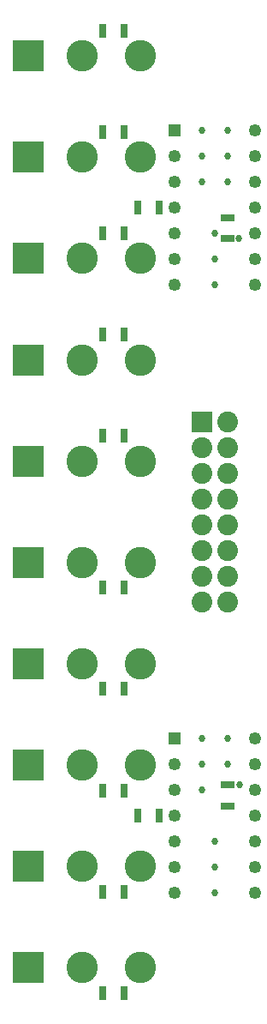
<source format=gbs>
%FSLAX33Y33*%
%MOMM*%
%AMRect-W3100000-H3100000-RO0.500*
21,1,3.1,3.1,0.,0.,270*%
%AMRect-W670710-H1320710-RO1.000*
21,1,0.67071,1.32071,0.,0.,180*%
%AMRect-W670710-H1320710-RO0.500*
21,1,0.67071,1.32071,0.,0.,270*%
%AMRect-W670710-H1320710-RO1.500*
21,1,0.67071,1.32071,0.,0.,90*%
%ADD10C,0.68834*%
%ADD11C,3.1*%
%ADD12Rect-W3100000-H3100000-RO0.500*%
%ADD13R,0.67071X1.32071*%
%ADD14Rect-W670710-H1320710-RO1.000*%
%ADD15R,2.049999X2.049999*%
%ADD16C,2.049999*%
%ADD17R,1.25X1.25*%
%ADD18C,1.25*%
%ADD19Rect-W670710-H1320710-RO0.500*%
%ADD20Rect-W670710-H1320710-RO1.500*%
D10*
%LNbottom solder mask_traces*%
G01*
X18730Y27620D03*
X22500Y23050D03*
X20000Y17460D03*
X21270Y85080D03*
X18730Y82540D03*
X20000Y77460D03*
X20000Y74920D03*
X18730Y85080D03*
X20000Y14920D03*
X21270Y82540D03*
X20000Y72380D03*
X22400Y76950D03*
X21270Y87620D03*
X21270Y27620D03*
X18730Y22540D03*
X20000Y12380D03*
X18730Y87620D03*
X18730Y25080D03*
X21270Y25080D03*
%LNbottom solder mask component 4c3a839cc4dba6ed*%
D11*
X6900Y5000D03*
X12700Y5000D03*
D12*
X1600Y5000D03*
%LNbottom solder mask component ba0877bb6bc26cf2*%
D11*
X6900Y35000D03*
X12700Y35000D03*
D12*
X1600Y35000D03*
%LNbottom solder mask component 1c9507c30673ee66*%
D13*
X8950Y97500D03*
X11050Y97500D03*
%LNbottom solder mask component 9071adfbe8ae3b6c*%
D11*
X6900Y75000D03*
X12700Y75000D03*
D12*
X1600Y75000D03*
%LNbottom solder mask component d0f1cea9c40e7c44*%
D13*
X8950Y2500D03*
X11050Y2500D03*
%LNbottom solder mask component 5554f0675f3d2049*%
X8950Y12500D03*
X11050Y12500D03*
%LNbottom solder mask component c93c00dc5441e820*%
D11*
X6900Y45000D03*
X12700Y45000D03*
D12*
X1600Y45000D03*
%LNbottom solder mask component 516a5c75c69ad2a6*%
D11*
X6900Y65000D03*
X12700Y65000D03*
D12*
X1600Y65000D03*
%LNbottom solder mask component eaed5f5deb5b3e1f*%
D14*
X14550Y20000D03*
X12450Y20000D03*
%LNbottom solder mask component 0fefc724005e8df5*%
D13*
X8950Y22500D03*
X11050Y22500D03*
%LNbottom solder mask component 342f6c2ee5101998*%
D15*
X18730Y58890D03*
D16*
X18730Y56350D03*
X18730Y53810D03*
X18730Y51270D03*
X18730Y48730D03*
X18730Y46190D03*
X18730Y43650D03*
X18730Y41110D03*
X21270Y58890D03*
X21270Y56350D03*
X21270Y53810D03*
X21270Y51270D03*
X21270Y48730D03*
X21270Y46190D03*
X21270Y43650D03*
X21270Y41110D03*
%LNbottom solder mask component f1d5df593f81f1a4*%
D13*
X8950Y67500D03*
X11050Y67500D03*
%LNbottom solder mask component 6fcb7afaa1c59582*%
X8950Y32500D03*
X11050Y32500D03*
%LNbottom solder mask component 8d8b236c88372241*%
D17*
X16030Y27620D03*
D18*
X16030Y25080D03*
X16030Y22540D03*
X16030Y20000D03*
X16030Y17460D03*
X16030Y14920D03*
X16030Y12380D03*
X23970Y12380D03*
X23970Y14920D03*
X23970Y17460D03*
X23970Y20000D03*
X23970Y22540D03*
X23970Y25080D03*
X23970Y27620D03*
%LNbottom solder mask component ae39ba31ac976df4*%
D11*
X6900Y95000D03*
X12700Y95000D03*
D12*
X1600Y95000D03*
%LNbottom solder mask component 6faa5bf68e39bd57*%
D19*
X21300Y23050D03*
X21300Y20950D03*
%LNbottom solder mask component d7ba02b250e27fe0*%
D13*
X8950Y42500D03*
X11050Y42500D03*
%LNbottom solder mask component d33fa15dc0972435*%
D17*
X16030Y87620D03*
D18*
X16030Y85080D03*
X16030Y82540D03*
X16030Y80000D03*
X16030Y77460D03*
X16030Y74920D03*
X16030Y72380D03*
X23970Y72380D03*
X23970Y74920D03*
X23970Y77460D03*
X23970Y80000D03*
X23970Y82540D03*
X23970Y85080D03*
X23970Y87620D03*
%LNbottom solder mask component f4d1e5de21fa8109*%
D20*
X21300Y76950D03*
X21300Y79050D03*
%LNbottom solder mask component 2ec5409f7aeb9a08*%
D11*
X6900Y25000D03*
X12700Y25000D03*
D12*
X1600Y25000D03*
%LNbottom solder mask component 4ea57519bcb4f12c*%
D14*
X14550Y80000D03*
X12450Y80000D03*
%LNbottom solder mask component 11c41314eb843edd*%
D11*
X6900Y15000D03*
X12700Y15000D03*
D12*
X1600Y15000D03*
%LNbottom solder mask component b15d75c6ec27c82e*%
D13*
X8950Y57500D03*
X11050Y57500D03*
%LNbottom solder mask component 92b6b987cdba25fc*%
X8950Y87500D03*
X11050Y87500D03*
%LNbottom solder mask component 800e5b6bc9c18d00*%
X8950Y77500D03*
X11050Y77500D03*
%LNbottom solder mask component fe42edb4fd5de6d8*%
D11*
X6900Y55000D03*
X12700Y55000D03*
D12*
X1600Y55000D03*
%LNbottom solder mask component 987a67062850e8ba*%
D11*
X6900Y85000D03*
X12700Y85000D03*
D12*
X1600Y85000D03*
M02*
</source>
